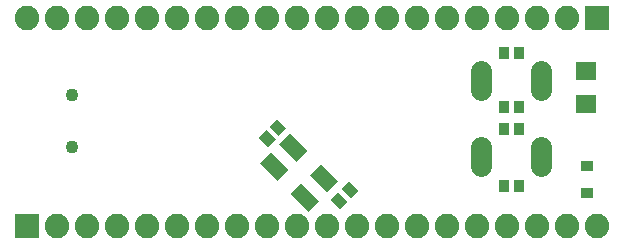
<source format=gbs>
G75*
G70*
%OFA0B0*%
%FSLAX24Y24*%
%IPPOS*%
%LPD*%
%AMOC8*
5,1,8,0,0,1.08239X$1,22.5*
%
%ADD10C,0.0434*%
%ADD11R,0.0356X0.0434*%
%ADD12R,0.0820X0.0820*%
%ADD13C,0.0820*%
%ADD14R,0.0407X0.0328*%
%ADD15R,0.0710X0.0631*%
%ADD16R,0.0828X0.0513*%
%ADD17C,0.0714*%
D10*
X002474Y003315D03*
X002474Y005048D03*
D11*
G36*
X008694Y003627D02*
X008946Y003879D01*
X009252Y003573D01*
X009000Y003321D01*
X008694Y003627D01*
G37*
G36*
X009056Y003989D02*
X009308Y004241D01*
X009614Y003935D01*
X009362Y003683D01*
X009056Y003989D01*
G37*
G36*
X012014Y001855D02*
X011762Y001603D01*
X011456Y001909D01*
X011708Y002161D01*
X012014Y001855D01*
G37*
G36*
X011652Y001493D02*
X011400Y001241D01*
X011094Y001547D01*
X011346Y001799D01*
X011652Y001493D01*
G37*
X016858Y002021D03*
X017370Y002021D03*
X017370Y003921D03*
X016858Y003921D03*
X016858Y004641D03*
X017370Y004641D03*
X017370Y006441D03*
X016858Y006441D03*
D12*
X000974Y000681D03*
X019974Y007601D03*
D13*
X018974Y007601D03*
X017974Y007601D03*
X016974Y007601D03*
X015974Y007601D03*
X014974Y007601D03*
X013974Y007601D03*
X012974Y007601D03*
X011974Y007601D03*
X010974Y007601D03*
X009974Y007601D03*
X008974Y007601D03*
X007974Y007601D03*
X006974Y007601D03*
X005974Y007601D03*
X004974Y007601D03*
X003974Y007601D03*
X002974Y007601D03*
X001974Y007601D03*
X000974Y007601D03*
X001974Y000681D03*
X002974Y000681D03*
X003974Y000681D03*
X004974Y000681D03*
X005974Y000681D03*
X006974Y000681D03*
X007974Y000681D03*
X008974Y000681D03*
X009974Y000681D03*
X010974Y000681D03*
X011974Y000681D03*
X012974Y000681D03*
X013974Y000681D03*
X014974Y000681D03*
X015974Y000681D03*
X016974Y000681D03*
X017974Y000681D03*
X018974Y000681D03*
X019974Y000681D03*
D14*
X019634Y001769D03*
X019634Y002674D03*
D15*
X019594Y004750D03*
X019594Y005853D03*
D16*
G36*
X010758Y002740D02*
X011342Y002156D01*
X010980Y001794D01*
X010396Y002378D01*
X010758Y002740D01*
G37*
G36*
X009728Y003770D02*
X010312Y003186D01*
X009950Y002824D01*
X009366Y003408D01*
X009728Y003770D01*
G37*
G36*
X009088Y003129D02*
X009672Y002545D01*
X009310Y002183D01*
X008726Y002767D01*
X009088Y003129D01*
G37*
G36*
X010118Y002099D02*
X010702Y001515D01*
X010340Y001153D01*
X009756Y001737D01*
X010118Y002099D01*
G37*
D17*
X016114Y002665D02*
X016114Y003298D01*
X018114Y003298D02*
X018114Y002665D01*
X018114Y005225D02*
X018114Y005858D01*
X016114Y005858D02*
X016114Y005225D01*
M02*

</source>
